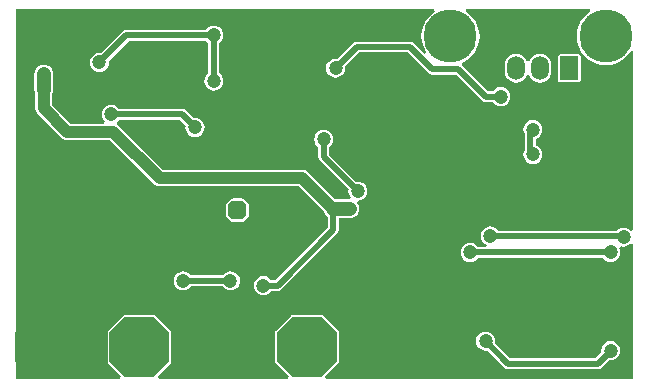
<source format=gbr>
G04 Layer_Physical_Order=2*
G04 Layer_Color=16711680*
%FSLAX45Y45*%
%MOMM*%
%TF.FileFunction,Copper,L2,Bot,Signal*%
%TF.Part,Single*%
G01*
G75*
%TA.AperFunction,Conductor*%
%ADD32C,0.25000*%
%ADD33C,0.30000*%
%ADD34C,0.50000*%
%ADD38C,1.00000*%
%ADD40C,1.20000*%
%TA.AperFunction,ComponentPad*%
G04:AMPARAMS|DCode=43|XSize=5mm|YSize=5mm|CornerRadius=0mm|HoleSize=0mm|Usage=FLASHONLY|Rotation=180.000|XOffset=0mm|YOffset=0mm|HoleType=Round|Shape=Octagon|*
%AMOCTAGOND43*
4,1,8,-2.50000,1.25000,-2.50000,-1.25000,-1.25000,-2.50000,1.25000,-2.50000,2.50000,-1.25000,2.50000,1.25000,1.25000,2.50000,-1.25000,2.50000,-2.50000,1.25000,0.0*
%
%ADD43OCTAGOND43*%

G04:AMPARAMS|DCode=44|XSize=1.6mm|YSize=1.6mm|CornerRadius=0mm|HoleSize=0mm|Usage=FLASHONLY|Rotation=270.000|XOffset=0mm|YOffset=0mm|HoleType=Round|Shape=Octagon|*
%AMOCTAGOND44*
4,1,8,-0.40000,-0.80000,0.40000,-0.80000,0.80000,-0.40000,0.80000,0.40000,0.40000,0.80000,-0.40000,0.80000,-0.80000,0.40000,-0.80000,-0.40000,-0.40000,-0.80000,0.0*
%
%ADD44OCTAGOND44*%

%ADD45O,1.50000X2.00000*%
%ADD46R,1.50000X2.00000*%
%ADD47C,4.50000*%
%TA.AperFunction,ViaPad*%
%ADD48C,0.80000*%
%ADD49C,1.20000*%
%ADD50C,1.27000*%
G36*
X15886449Y7399022D02*
X15880228Y7395696D01*
X15842921Y7365079D01*
X15812305Y7327773D01*
X15789554Y7285211D01*
X15775545Y7239028D01*
X15770815Y7191000D01*
X15775545Y7142971D01*
X15789554Y7096789D01*
X15812305Y7054226D01*
X15842921Y7016920D01*
X15880228Y6986304D01*
X15922789Y6963554D01*
X15968971Y6949545D01*
X16017000Y6944814D01*
X16065028Y6949545D01*
X16111211Y6963554D01*
X16153773Y6986304D01*
X16191080Y7016920D01*
X16221696Y7054226D01*
X16229022Y7067932D01*
X16249022Y7062923D01*
X16249022Y5551284D01*
X16229022Y5544495D01*
X16227055Y5547056D01*
X16210345Y5559879D01*
X16190884Y5567940D01*
X16170000Y5570690D01*
X16149117Y5567940D01*
X16129655Y5559879D01*
X16112943Y5547056D01*
X16112042Y5545881D01*
X15105630D01*
X15097057Y5557056D01*
X15080345Y5569880D01*
X15060884Y5577941D01*
X15039999Y5580690D01*
X15019116Y5577941D01*
X14999655Y5569880D01*
X14982944Y5557056D01*
X14970120Y5540345D01*
X14962059Y5520884D01*
X14959309Y5500000D01*
X14962059Y5479116D01*
X14970120Y5459655D01*
X14982944Y5442943D01*
X14999655Y5430120D01*
X15009888Y5425881D01*
X15005910Y5405881D01*
X14935632D01*
X14927057Y5417056D01*
X14910345Y5429880D01*
X14890884Y5437941D01*
X14870000Y5440690D01*
X14849117Y5437941D01*
X14829655Y5429880D01*
X14812943Y5417056D01*
X14800121Y5400345D01*
X14792059Y5380884D01*
X14789310Y5360000D01*
X14792059Y5339116D01*
X14800121Y5319655D01*
X14812943Y5302943D01*
X14829655Y5290120D01*
X14849117Y5282059D01*
X14870000Y5279310D01*
X14890884Y5282059D01*
X14910345Y5290120D01*
X14927057Y5302943D01*
X14935631Y5314118D01*
X15994370D01*
X16002943Y5302943D01*
X16019655Y5290120D01*
X16039116Y5282059D01*
X16060001Y5279309D01*
X16080884Y5282059D01*
X16100345Y5290120D01*
X16117056Y5302943D01*
X16129880Y5319655D01*
X16137941Y5339116D01*
X16140691Y5360000D01*
X16137941Y5380884D01*
X16130862Y5397972D01*
X16134801Y5404844D01*
X16144695Y5413890D01*
X16149117Y5412059D01*
X16170000Y5409309D01*
X16190884Y5412059D01*
X16210345Y5420120D01*
X16227055Y5432943D01*
X16229022Y5435504D01*
X16249022Y5428715D01*
X16249022Y4290978D01*
X13653101D01*
X13644817Y4310978D01*
X13754419Y4420580D01*
X13754419Y4420581D01*
X13758839Y4427196D01*
X13760393Y4435000D01*
Y4685000D01*
X13758839Y4692804D01*
X13754419Y4699419D01*
X13629420Y4824419D01*
X13629419Y4824419D01*
X13622804Y4828840D01*
X13614999Y4830392D01*
X13364999D01*
X13357196Y4828840D01*
X13350581Y4824419D01*
X13225581Y4699420D01*
X13225581Y4699419D01*
X13221159Y4692804D01*
X13219608Y4685000D01*
Y4435000D01*
X13221159Y4427196D01*
X13225581Y4420581D01*
X13335184Y4310978D01*
X13326900Y4290978D01*
X12233101D01*
X12224817Y4310978D01*
X12334419Y4420580D01*
X12334419Y4420581D01*
X12338840Y4427196D01*
X12340392Y4435000D01*
Y4685000D01*
X12338840Y4692804D01*
X12334419Y4699419D01*
X12209420Y4824419D01*
X12209419Y4824419D01*
X12202804Y4828840D01*
X12195000Y4830392D01*
X11945000D01*
X11937196Y4828840D01*
X11930581Y4824419D01*
X11805581Y4699420D01*
X11805581Y4699419D01*
X11801160Y4692804D01*
X11799608Y4685000D01*
Y4435000D01*
X11801160Y4427196D01*
X11805581Y4420581D01*
X11915184Y4310978D01*
X11906899Y4290978D01*
X11020978D01*
X11020977Y7419021D01*
X14567439Y7419022D01*
X14572449Y7399022D01*
X14566228Y7395696D01*
X14528922Y7365079D01*
X14498305Y7327773D01*
X14475554Y7285211D01*
X14461545Y7239028D01*
X14456815Y7191000D01*
X14461545Y7142971D01*
X14475554Y7096789D01*
X14498305Y7054227D01*
X14482625Y7042262D01*
X14392442Y7132443D01*
X14377557Y7142389D01*
X14360001Y7145882D01*
X13910001D01*
X13892442Y7142389D01*
X13877557Y7132443D01*
X13743965Y6998851D01*
X13730000Y7000690D01*
X13709116Y6997941D01*
X13689655Y6989880D01*
X13672943Y6977056D01*
X13660120Y6960345D01*
X13652058Y6940884D01*
X13649310Y6920000D01*
X13652058Y6899116D01*
X13660120Y6879655D01*
X13672943Y6862943D01*
X13689655Y6850120D01*
X13709116Y6842059D01*
X13730000Y6839310D01*
X13750883Y6842059D01*
X13770345Y6850120D01*
X13787056Y6862943D01*
X13799879Y6879655D01*
X13807941Y6899116D01*
X13810690Y6920000D01*
X13808852Y6933965D01*
X13929005Y7054118D01*
X14340994D01*
X14517557Y6877557D01*
X14532442Y6867611D01*
X14550000Y6864118D01*
X14750995D01*
X14967557Y6647557D01*
X14982442Y6637611D01*
X15000000Y6634119D01*
X15064369D01*
X15072943Y6622944D01*
X15089655Y6610120D01*
X15109116Y6602059D01*
X15130000Y6599310D01*
X15150883Y6602059D01*
X15170345Y6610120D01*
X15187056Y6622944D01*
X15199879Y6639655D01*
X15207941Y6659116D01*
X15210690Y6680000D01*
X15207941Y6700884D01*
X15199879Y6720345D01*
X15187056Y6737057D01*
X15170345Y6749880D01*
X15150883Y6757941D01*
X15130000Y6760690D01*
X15109116Y6757941D01*
X15089655Y6749880D01*
X15072943Y6737057D01*
X15064369Y6725882D01*
X15019005D01*
X14802443Y6942443D01*
X14800592Y6943680D01*
X14799461Y6950332D01*
X14802565Y6966416D01*
X14839774Y6986304D01*
X14877078Y7016920D01*
X14907697Y7054226D01*
X14930446Y7096789D01*
X14944455Y7142971D01*
X14949185Y7191000D01*
X14944455Y7239028D01*
X14930446Y7285211D01*
X14907697Y7327773D01*
X14877078Y7365079D01*
X14839774Y7395696D01*
X14833551Y7399022D01*
X14838560Y7419022D01*
X15881439D01*
X15886449Y7399022D01*
D02*
G37*
%LPC*%
G36*
X12939999Y5817392D02*
X12860001D01*
X12852197Y5815840D01*
X12845581Y5811419D01*
X12805582Y5771420D01*
X12805582Y5771419D01*
X12801161Y5764804D01*
X12799608Y5757000D01*
Y5677000D01*
X12801161Y5669196D01*
X12805582Y5662581D01*
X12845580Y5622582D01*
X12845581Y5622581D01*
X12852197Y5618160D01*
X12860001Y5616608D01*
X12939999D01*
X12947804Y5618160D01*
X12954419Y5622581D01*
X12994418Y5662580D01*
X12994418Y5662581D01*
X12998840Y5669196D01*
X13000392Y5677000D01*
Y5757000D01*
X12998840Y5764804D01*
X12994418Y5771419D01*
X12954420Y5811418D01*
X12954419Y5811419D01*
X12947804Y5815840D01*
X12939999Y5817392D01*
D02*
G37*
G36*
X15400000Y6480690D02*
X15379115Y6477940D01*
X15359656Y6469879D01*
X15342943Y6457056D01*
X15330119Y6440345D01*
X15322060Y6420884D01*
X15319310Y6400000D01*
X15322060Y6379116D01*
X15330119Y6359655D01*
X15334119Y6354444D01*
Y6235555D01*
X15330119Y6230345D01*
X15322060Y6210884D01*
X15319310Y6190000D01*
X15322060Y6169115D01*
X15330119Y6149654D01*
X15342943Y6132943D01*
X15359656Y6120120D01*
X15379115Y6112059D01*
X15400000Y6109309D01*
X15420885Y6112059D01*
X15440344Y6120120D01*
X15457056Y6132943D01*
X15469881Y6149654D01*
X15477940Y6169115D01*
X15480690Y6190000D01*
X15477940Y6210884D01*
X15469881Y6230345D01*
X15457056Y6247056D01*
X15440344Y6259879D01*
X15425882Y6265870D01*
Y6324129D01*
X15440344Y6330120D01*
X15457056Y6342943D01*
X15469881Y6359655D01*
X15477940Y6379116D01*
X15480690Y6400000D01*
X15477940Y6420884D01*
X15469881Y6440345D01*
X15457056Y6457056D01*
X15440344Y6469879D01*
X15420885Y6477940D01*
X15400000Y6480690D01*
D02*
G37*
G36*
X15000000Y4690690D02*
X14979115Y4687941D01*
X14959656Y4679880D01*
X14942943Y4667056D01*
X14930119Y4650345D01*
X14922060Y4630884D01*
X14919310Y4610000D01*
X14922060Y4589116D01*
X14930119Y4569655D01*
X14942943Y4552943D01*
X14959656Y4540120D01*
X14979115Y4532059D01*
X15000000Y4529310D01*
X15013965Y4531148D01*
X15157558Y4387557D01*
X15172443Y4377611D01*
X15189999Y4374119D01*
X15950000D01*
X15967558Y4377611D01*
X15982443Y4387557D01*
X16046034Y4451148D01*
X16060001Y4449309D01*
X16080884Y4452059D01*
X16100345Y4460120D01*
X16117056Y4472943D01*
X16129880Y4489654D01*
X16137941Y4509115D01*
X16140691Y4530000D01*
X16137941Y4550884D01*
X16129880Y4570345D01*
X16117056Y4587056D01*
X16100345Y4599879D01*
X16080884Y4607940D01*
X16060001Y4610690D01*
X16039116Y4607940D01*
X16019655Y4599879D01*
X16002943Y4587056D01*
X15990120Y4570345D01*
X15982059Y4550884D01*
X15979311Y4530000D01*
X15981148Y4516034D01*
X15930997Y4465882D01*
X15209006D01*
X15078851Y4596035D01*
X15080690Y4610000D01*
X15077940Y4630884D01*
X15069881Y4650345D01*
X15057056Y4667056D01*
X15040344Y4679880D01*
X15020885Y4687941D01*
X15000000Y4690690D01*
D02*
G37*
G36*
X12839999Y5200690D02*
X12819116Y5197941D01*
X12799655Y5189880D01*
X12782943Y5177056D01*
X12774369Y5165881D01*
X12505631D01*
X12497057Y5177056D01*
X12480345Y5189880D01*
X12460884Y5197941D01*
X12440000Y5200690D01*
X12419116Y5197941D01*
X12399655Y5189880D01*
X12382943Y5177056D01*
X12370120Y5160345D01*
X12362059Y5140884D01*
X12359310Y5120000D01*
X12362059Y5099116D01*
X12370120Y5079655D01*
X12382943Y5062943D01*
X12399655Y5050120D01*
X12419116Y5042059D01*
X12440000Y5039310D01*
X12460884Y5042059D01*
X12480345Y5050120D01*
X12497057Y5062943D01*
X12505631Y5074118D01*
X12774369D01*
X12782943Y5062943D01*
X12799655Y5050120D01*
X12819116Y5042059D01*
X12839999Y5039310D01*
X12860884Y5042059D01*
X12880345Y5050120D01*
X12897057Y5062943D01*
X12909880Y5079655D01*
X12917941Y5099116D01*
X12920689Y5120000D01*
X12917941Y5140884D01*
X12909880Y5160345D01*
X12897057Y5177056D01*
X12880345Y5189880D01*
X12860884Y5197941D01*
X12839999Y5200690D01*
D02*
G37*
G36*
X15785001Y7040392D02*
X15635001D01*
X15627197Y7038840D01*
X15620581Y7034419D01*
X15616161Y7027804D01*
X15614607Y7020000D01*
Y6820000D01*
X15616161Y6812196D01*
X15620581Y6805580D01*
X15627197Y6801160D01*
X15635001Y6799608D01*
X15785001D01*
X15792804Y6801160D01*
X15799419Y6805580D01*
X15803841Y6812196D01*
X15805392Y6820000D01*
Y7020000D01*
X15803841Y7027804D01*
X15799419Y7034419D01*
X15792804Y7038840D01*
X15785001Y7040392D01*
D02*
G37*
G36*
X15460001Y7040820D02*
X15435201Y7037555D01*
X15412090Y7027982D01*
X15392245Y7012755D01*
X15377019Y6992910D01*
X15370824Y6977956D01*
X15349176D01*
X15342982Y6992910D01*
X15327754Y7012755D01*
X15307910Y7027982D01*
X15284801Y7037555D01*
X15260001Y7040820D01*
X15235201Y7037555D01*
X15212090Y7027982D01*
X15192245Y7012755D01*
X15177019Y6992910D01*
X15167445Y6969800D01*
X15164180Y6945000D01*
Y6895000D01*
X15167445Y6870200D01*
X15177019Y6847090D01*
X15192245Y6827245D01*
X15212090Y6812018D01*
X15235201Y6802445D01*
X15260001Y6799180D01*
X15284801Y6802445D01*
X15307910Y6812018D01*
X15327754Y6827245D01*
X15342982Y6847090D01*
X15349176Y6862044D01*
X15370824D01*
X15377019Y6847090D01*
X15392245Y6827245D01*
X15412090Y6812018D01*
X15435201Y6802445D01*
X15460001Y6799180D01*
X15484801Y6802445D01*
X15507910Y6812018D01*
X15527756Y6827245D01*
X15542982Y6847090D01*
X15552554Y6870200D01*
X15555820Y6895000D01*
Y6945000D01*
X15552554Y6969800D01*
X15542982Y6992910D01*
X15527756Y7012755D01*
X15507910Y7027982D01*
X15484801Y7037555D01*
X15460001Y7040820D01*
D02*
G37*
G36*
X11260000Y6950690D02*
X11239116Y6947941D01*
X11219655Y6939880D01*
X11202944Y6927057D01*
X11190120Y6910345D01*
X11182059Y6890884D01*
X11179310Y6870000D01*
Y6740000D01*
X11182059Y6719116D01*
X11189396Y6701403D01*
Y6580000D01*
X11191802Y6561726D01*
X11198855Y6544698D01*
X11210076Y6530075D01*
X11410075Y6330075D01*
X11424698Y6318855D01*
X11441726Y6311802D01*
X11460000Y6309396D01*
X11820755D01*
X12190075Y5940075D01*
X12204698Y5928855D01*
X12221726Y5921802D01*
X12240000Y5919396D01*
X13420755D01*
X13632784Y5707368D01*
X13640120Y5689655D01*
X13652943Y5672943D01*
X13664117Y5664369D01*
Y5569005D01*
X13220995Y5125882D01*
X13185631D01*
X13177055Y5137057D01*
X13160345Y5149880D01*
X13140884Y5157941D01*
X13120000Y5160690D01*
X13099117Y5157941D01*
X13079655Y5149880D01*
X13062943Y5137057D01*
X13050121Y5120345D01*
X13042059Y5100884D01*
X13039310Y5080000D01*
X13042059Y5059116D01*
X13050121Y5039655D01*
X13062943Y5022943D01*
X13079655Y5010120D01*
X13099117Y5002059D01*
X13120000Y4999310D01*
X13140884Y5002059D01*
X13160345Y5010120D01*
X13177055Y5022943D01*
X13185631Y5034118D01*
X13239999D01*
X13257558Y5037611D01*
X13272443Y5047557D01*
X13742442Y5517557D01*
X13752390Y5532442D01*
X13755882Y5550000D01*
Y5649310D01*
X13850000D01*
X13870885Y5652059D01*
X13890344Y5660120D01*
X13907057Y5672943D01*
X13919881Y5689655D01*
X13927940Y5709116D01*
X13930690Y5730000D01*
X13927940Y5750884D01*
X13919881Y5770345D01*
X13912363Y5780143D01*
X13917348Y5792654D01*
X13922272Y5799609D01*
X13940884Y5802059D01*
X13960345Y5810120D01*
X13977057Y5822943D01*
X13989880Y5839655D01*
X13997942Y5859116D01*
X14000690Y5880000D01*
X13997942Y5900884D01*
X13989880Y5920345D01*
X13977057Y5937056D01*
X13960345Y5949880D01*
X13940884Y5957941D01*
X13920000Y5960690D01*
X13906035Y5958851D01*
X13675880Y6189005D01*
Y6254369D01*
X13687056Y6262944D01*
X13699879Y6279655D01*
X13707941Y6299116D01*
X13710690Y6320000D01*
X13707941Y6340884D01*
X13699879Y6360345D01*
X13687056Y6377057D01*
X13670345Y6389880D01*
X13650883Y6397941D01*
X13630000Y6400690D01*
X13609116Y6397941D01*
X13589655Y6389880D01*
X13572943Y6377057D01*
X13560120Y6360345D01*
X13552058Y6340884D01*
X13549310Y6320000D01*
X13552058Y6299116D01*
X13560120Y6279655D01*
X13572943Y6262944D01*
X13584119Y6254369D01*
Y6170000D01*
X13587611Y6152442D01*
X13597557Y6137557D01*
X13841148Y5893965D01*
X13839310Y5880000D01*
X13842059Y5859116D01*
X13850121Y5839655D01*
X13857639Y5829857D01*
X13852583Y5817175D01*
X13847212Y5810690D01*
X13729160D01*
X13499924Y6039924D01*
X13485303Y6051145D01*
X13468274Y6058198D01*
X13450000Y6060604D01*
X12269245D01*
X11899924Y6429924D01*
X11885302Y6441145D01*
X11879786Y6443429D01*
X11879635Y6443696D01*
X11877850Y6465879D01*
X11887057Y6472944D01*
X11895632Y6484119D01*
X12410995D01*
X12461149Y6433965D01*
X12459310Y6420000D01*
X12462060Y6399116D01*
X12470121Y6379655D01*
X12482944Y6362944D01*
X12499655Y6350120D01*
X12519116Y6342059D01*
X12540000Y6339310D01*
X12560884Y6342059D01*
X12580345Y6350120D01*
X12597057Y6362944D01*
X12609880Y6379655D01*
X12617941Y6399116D01*
X12620691Y6420000D01*
X12617941Y6440884D01*
X12609880Y6460345D01*
X12597057Y6477057D01*
X12580345Y6489880D01*
X12560884Y6497941D01*
X12540000Y6500690D01*
X12526035Y6498852D01*
X12462443Y6562443D01*
X12447559Y6572389D01*
X12430000Y6575882D01*
X11895632D01*
X11887057Y6587057D01*
X11870345Y6599880D01*
X11850884Y6607941D01*
X11830000Y6610690D01*
X11809116Y6607941D01*
X11789655Y6599880D01*
X11772944Y6587057D01*
X11760120Y6570345D01*
X11752060Y6550884D01*
X11749310Y6530000D01*
X11752060Y6509116D01*
X11760120Y6489655D01*
X11772944Y6472944D01*
X11775993Y6470604D01*
X11769204Y6450604D01*
X11489245D01*
X11330604Y6609245D01*
Y6701403D01*
X11337941Y6719116D01*
X11340690Y6740000D01*
Y6870000D01*
X11337941Y6890884D01*
X11329880Y6910345D01*
X11317057Y6927057D01*
X11300345Y6939880D01*
X11280884Y6947941D01*
X11260000Y6950690D01*
D02*
G37*
G36*
X12700000Y7280690D02*
X12679116Y7277941D01*
X12659655Y7269880D01*
X12642943Y7257057D01*
X12634369Y7245882D01*
X11960000D01*
X11942442Y7242389D01*
X11927557Y7232443D01*
X11743965Y7048852D01*
X11730000Y7050690D01*
X11709116Y7047941D01*
X11689655Y7039880D01*
X11672944Y7027057D01*
X11660120Y7010345D01*
X11652060Y6990884D01*
X11649310Y6970000D01*
X11652060Y6949116D01*
X11660120Y6929655D01*
X11672944Y6912944D01*
X11689655Y6900120D01*
X11709116Y6892059D01*
X11730000Y6889310D01*
X11750884Y6892059D01*
X11770345Y6900120D01*
X11787057Y6912944D01*
X11799880Y6929655D01*
X11807941Y6949116D01*
X11810690Y6970000D01*
X11808852Y6983965D01*
X11979005Y7154119D01*
X12634369D01*
X12642943Y7142944D01*
X12654118Y7134369D01*
Y6875631D01*
X12642943Y6867057D01*
X12630120Y6850345D01*
X12622059Y6830884D01*
X12619310Y6810000D01*
X12622059Y6789116D01*
X12630120Y6769655D01*
X12642943Y6752944D01*
X12659655Y6740120D01*
X12679116Y6732059D01*
X12700000Y6729310D01*
X12720884Y6732059D01*
X12740345Y6740120D01*
X12757057Y6752944D01*
X12769880Y6769655D01*
X12777941Y6789116D01*
X12780690Y6810000D01*
X12777941Y6830884D01*
X12769880Y6850345D01*
X12757057Y6867057D01*
X12745882Y6875631D01*
Y7134369D01*
X12757057Y7142944D01*
X12769880Y7159655D01*
X12777941Y7179116D01*
X12780690Y7200000D01*
X12777941Y7220884D01*
X12769880Y7240345D01*
X12757057Y7257057D01*
X12740345Y7269880D01*
X12720884Y7277941D01*
X12700000Y7280690D01*
D02*
G37*
%LPD*%
D32*
X11270000Y4560000D02*
X11630000Y4920000D01*
X12330000D02*
X12690000Y4560000D01*
X11630000Y4920000D02*
X12330000D01*
X11100000Y6440000D02*
X11330000Y6210000D01*
X11100000Y6440000D02*
Y7060000D01*
Y7200000D02*
X11380000D01*
X11550000Y7030000D01*
Y6870000D02*
Y7030000D01*
Y6870000D02*
X11630000Y6790000D01*
X11870000D01*
X12480000D02*
X12839999Y6430000D01*
X13220000D01*
X14030000Y6780000D02*
X14139999D01*
X14460001Y6460000D01*
X13970000Y6910000D02*
X13980000Y6900000D01*
X14380000Y5980000D02*
X14460001D01*
X13910001Y5510000D02*
X14380000Y5980000D01*
X15560001Y6520000D02*
X15650000Y6430000D01*
X15220000Y6520000D02*
X15560001D01*
X15000000Y6300000D02*
X15220000Y6520000D01*
X14700000Y6300000D02*
X15000000D01*
X13120000Y5380000D02*
X13130000Y5390000D01*
Y5830000D01*
X13120000Y5380000D02*
X13270000D01*
X12989999Y5250000D02*
X13120000Y5380000D01*
X12989999Y4860000D02*
Y5250000D01*
X12690000Y4560000D02*
X12989999Y4860000D01*
X14710001Y5740000D02*
X14720000Y5730000D01*
Y5310000D02*
Y5730000D01*
Y5310000D02*
X14835001Y5195000D01*
X15560001D01*
X15710001Y5850000D02*
X15730000Y5870000D01*
X16039999D01*
X15650000Y5910000D02*
X15710001Y5850000D01*
X15650000Y5910000D02*
Y6300000D01*
X13880000Y5080000D02*
Y5370000D01*
D33*
X13230000Y6570000D02*
Y7110000D01*
Y6570000D02*
X13350000Y6450000D01*
X13650000Y6780000D02*
X14030000D01*
X13600000Y6830000D02*
X13650000Y6780000D01*
D34*
X11960000Y7200000D02*
X12700000D01*
X11730000Y6970000D02*
X11960000Y7200000D01*
X12700000Y6810000D02*
Y7200000D01*
X12430000Y6530000D02*
X12540000Y6420000D01*
X11830000Y6530000D02*
X12430000D01*
X13630000Y6170000D02*
X13920000Y5880000D01*
X13630000Y6170000D02*
Y6320000D01*
X15380000Y6380000D02*
X15400000Y6400000D01*
X15380000Y6210000D02*
Y6380000D01*
Y6210000D02*
X15400000Y6190000D01*
X12440000Y5120000D02*
X12839999D01*
X14870000Y5360000D02*
X14870000Y5360000D01*
X16060001D01*
X15039999Y5500000D02*
X16160001D01*
X16170000Y5490000D01*
X15000000Y6680000D02*
X15130000D01*
X14770000Y6910000D02*
X15000000Y6680000D01*
X14550000Y6910000D02*
X14770000D01*
X14360001Y7100000D02*
X14550000Y6910000D01*
X13910001Y7100000D02*
X14360001D01*
X13730000Y6920000D02*
X13910001Y7100000D01*
X13120000Y5080000D02*
X13239999D01*
X13710001Y5550000D01*
Y5730000D01*
X13400000Y4560000D02*
X13489999D01*
X15950000Y4420000D02*
X16060001Y4530000D01*
X15189999Y4420000D02*
X15950000D01*
X15000000Y4610000D02*
X15189999Y4420000D01*
D38*
X13450000Y5990000D02*
X13710001Y5730000D01*
X12240000Y5990000D02*
X13450000D01*
X11850000Y6380000D02*
X12240000Y5990000D01*
X11460000Y6380000D02*
X11850000D01*
X11260000Y6580000D02*
X11460000Y6380000D01*
X11260000Y6580000D02*
Y6740000D01*
D40*
Y6870000D01*
X13710001Y5730000D02*
X13850000D01*
D43*
X12690000Y4560000D02*
D03*
X13489999D02*
D03*
X11270000D02*
D03*
X12070000D02*
D03*
D44*
X12900000Y5717000D02*
D03*
Y5463000D02*
D03*
D45*
X15010001Y6920000D02*
D03*
X15460001D02*
D03*
X15260001D02*
D03*
D46*
X15710001D02*
D03*
D47*
X16017000Y7191000D02*
D03*
X14703000D02*
D03*
D48*
X15710001Y5045000D02*
D03*
Y5195000D02*
D03*
X15560001D02*
D03*
Y5045000D02*
D03*
X15860001D02*
D03*
Y5195000D02*
D03*
X13230000Y7110000D02*
D03*
X13225000Y6844999D02*
D03*
X13460001Y7170000D02*
D03*
D49*
X15600008Y7200004D02*
D03*
X15400008D02*
D03*
X15200008D02*
D03*
X14200008Y5600003D02*
D03*
X11600006Y4800003D02*
D03*
X11200006Y5600003D02*
D03*
X11300006Y5400003D02*
D03*
X12440000Y5120000D02*
D03*
X14870000Y5360000D02*
D03*
X13600000Y6830000D02*
D03*
X13880000Y5080000D02*
D03*
X16180000Y4630000D02*
D03*
X16060001Y4530000D02*
D03*
X16180000Y4770000D02*
D03*
Y4910000D02*
D03*
Y5050000D02*
D03*
X16060001Y5360000D02*
D03*
X16039999Y5190000D02*
D03*
X16170000Y5490000D02*
D03*
X16039999Y5870000D02*
D03*
X11830000Y6530000D02*
D03*
X11730000Y6970000D02*
D03*
X11470000Y6210000D02*
D03*
X11330000D02*
D03*
X11610000D02*
D03*
X11750000D02*
D03*
X12540000Y6420000D02*
D03*
X13270000Y5380000D02*
D03*
X15400000Y6400000D02*
D03*
Y6190000D02*
D03*
X15650000Y6430000D02*
D03*
Y6300000D02*
D03*
X15510001D02*
D03*
X15510001Y4680000D02*
D03*
X15370000D02*
D03*
X15360001Y4540000D02*
D03*
X16039999Y5050000D02*
D03*
Y4910000D02*
D03*
X14030000Y6780000D02*
D03*
X13730000Y6920000D02*
D03*
X13970000Y6910000D02*
D03*
X12700000Y6810000D02*
D03*
Y7200000D02*
D03*
X15710001Y5850000D02*
D03*
X15389999D02*
D03*
X15130000Y6680000D02*
D03*
X15650000Y6660000D02*
D03*
X13630000Y6320000D02*
D03*
X13880000Y5370000D02*
D03*
X13910001Y5510000D02*
D03*
X13710001Y5730000D02*
D03*
X13850000D02*
D03*
X13120000Y5080000D02*
D03*
X12839999Y5120000D02*
D03*
X13280000Y5800000D02*
D03*
X13130000Y5830000D02*
D03*
X15039999Y5500000D02*
D03*
X14700000Y6300000D02*
D03*
X14480000D02*
D03*
X14589999Y5870000D02*
D03*
X14710001Y5740000D02*
D03*
X14460001Y6140000D02*
D03*
X14589999Y6670000D02*
D03*
X14460001Y5980000D02*
D03*
Y6460000D02*
D03*
X13489999Y6450000D02*
D03*
X13350000D02*
D03*
X11100000Y7340000D02*
D03*
Y7200000D02*
D03*
Y7060000D02*
D03*
X15230000Y4730000D02*
D03*
Y4590000D02*
D03*
X16180000Y4360000D02*
D03*
X11210000Y6060000D02*
D03*
X11630000D02*
D03*
X11780000D02*
D03*
X12040000Y6790000D02*
D03*
X11870000D02*
D03*
X12480000D02*
D03*
Y6940000D02*
D03*
X11260000Y6740000D02*
D03*
Y6870000D02*
D03*
X14730000Y6670000D02*
D03*
X14660001Y6790000D02*
D03*
X13160001Y6310000D02*
D03*
X13220000Y6430000D02*
D03*
X15000000Y4610000D02*
D03*
X13920000Y5880000D02*
D03*
D50*
X14339999Y7320000D02*
D03*
X13950000D02*
D03*
%TF.MD5,184fefbf7ead241a236e7ddc4f5d17a8*%
M02*

</source>
